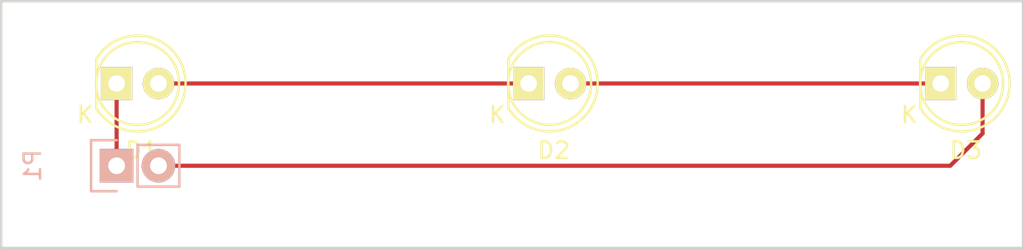
<source format=kicad_pcb>
(kicad_pcb (version 4) (host pcbnew 4.0.0-2.201511301920+6191~38~ubuntu14.04.1-stable)

  (general
    (links 4)
    (no_connects 0)
    (area 122.924999 99.924999 185.075001 115.075001)
    (thickness 1.6)
    (drawings 4)
    (tracks 6)
    (zones 0)
    (modules 4)
    (nets 5)
  )

  (page A4)
  (layers
    (0 F.Cu signal)
    (31 B.Cu signal)
    (32 B.Adhes user)
    (33 F.Adhes user)
    (34 B.Paste user)
    (35 F.Paste user)
    (36 B.SilkS user)
    (37 F.SilkS user)
    (38 B.Mask user)
    (39 F.Mask user)
    (40 Dwgs.User user)
    (41 Cmts.User user)
    (42 Eco1.User user)
    (43 Eco2.User user)
    (44 Edge.Cuts user)
    (45 Margin user)
    (46 B.CrtYd user)
    (47 F.CrtYd user)
    (48 B.Fab user)
    (49 F.Fab user)
  )

  (setup
    (last_trace_width 0.25)
    (trace_clearance 0.2)
    (zone_clearance 0.508)
    (zone_45_only no)
    (trace_min 0.2)
    (segment_width 0.2)
    (edge_width 0.15)
    (via_size 0.6)
    (via_drill 0.4)
    (via_min_size 0.4)
    (via_min_drill 0.3)
    (uvia_size 0.3)
    (uvia_drill 0.1)
    (uvias_allowed no)
    (uvia_min_size 0.2)
    (uvia_min_drill 0.1)
    (pcb_text_width 0.3)
    (pcb_text_size 1.5 1.5)
    (mod_edge_width 0.15)
    (mod_text_size 1 1)
    (mod_text_width 0.15)
    (pad_size 1.524 1.524)
    (pad_drill 0.762)
    (pad_to_mask_clearance 0.2)
    (aux_axis_origin 0 0)
    (visible_elements FFFFFF7F)
    (pcbplotparams
      (layerselection 0x00030_80000001)
      (usegerberextensions false)
      (excludeedgelayer true)
      (linewidth 0.100000)
      (plotframeref false)
      (viasonmask false)
      (mode 1)
      (useauxorigin false)
      (hpglpennumber 1)
      (hpglpenspeed 20)
      (hpglpendiameter 15)
      (hpglpenoverlay 2)
      (psnegative false)
      (psa4output false)
      (plotreference true)
      (plotvalue true)
      (plotinvisibletext false)
      (padsonsilk false)
      (subtractmaskfromsilk false)
      (outputformat 1)
      (mirror false)
      (drillshape 1)
      (scaleselection 1)
      (outputdirectory ""))
  )

  (net 0 "")
  (net 1 "Net-(D1-Pad1)")
  (net 2 "Net-(D1-Pad2)")
  (net 3 "Net-(D2-Pad2)")
  (net 4 "Net-(D3-Pad2)")

  (net_class Default "This is the default net class."
    (clearance 0.2)
    (trace_width 0.25)
    (via_dia 0.6)
    (via_drill 0.4)
    (uvia_dia 0.3)
    (uvia_drill 0.1)
    (add_net "Net-(D1-Pad1)")
    (add_net "Net-(D1-Pad2)")
    (add_net "Net-(D2-Pad2)")
    (add_net "Net-(D3-Pad2)")
  )

  (module LEDs:LED-5MM (layer F.Cu) (tedit 5570F7EA) (tstamp 56B97B07)
    (at 130 105)
    (descr "LED 5mm round vertical")
    (tags "LED 5mm round vertical")
    (path /56B97C42)
    (fp_text reference D1 (at 1.524 4.064) (layer F.SilkS)
      (effects (font (size 1 1) (thickness 0.15)))
    )
    (fp_text value LED (at 1.524 -3.937) (layer F.Fab)
      (effects (font (size 1 1) (thickness 0.15)))
    )
    (fp_line (start -1.5 -1.55) (end -1.5 1.55) (layer F.CrtYd) (width 0.05))
    (fp_arc (start 1.3 0) (end -1.5 1.55) (angle -302) (layer F.CrtYd) (width 0.05))
    (fp_arc (start 1.27 0) (end -1.23 -1.5) (angle 297.5) (layer F.SilkS) (width 0.15))
    (fp_line (start -1.23 1.5) (end -1.23 -1.5) (layer F.SilkS) (width 0.15))
    (fp_circle (center 1.27 0) (end 0.97 -2.5) (layer F.SilkS) (width 0.15))
    (fp_text user K (at -1.905 1.905) (layer F.SilkS)
      (effects (font (size 1 1) (thickness 0.15)))
    )
    (pad 1 thru_hole rect (at 0 0 90) (size 2 1.9) (drill 1.00076) (layers *.Cu *.Mask F.SilkS)
      (net 1 "Net-(D1-Pad1)"))
    (pad 2 thru_hole circle (at 2.54 0) (size 1.9 1.9) (drill 1.00076) (layers *.Cu *.Mask F.SilkS)
      (net 2 "Net-(D1-Pad2)"))
    (model LEDs.3dshapes/LED-5MM.wrl
      (at (xyz 0.05 0 0))
      (scale (xyz 1 1 1))
      (rotate (xyz 0 0 90))
    )
  )

  (module LEDs:LED-5MM (layer F.Cu) (tedit 5570F7EA) (tstamp 56B97B13)
    (at 155 105)
    (descr "LED 5mm round vertical")
    (tags "LED 5mm round vertical")
    (path /56B97BE9)
    (fp_text reference D2 (at 1.524 4.064) (layer F.SilkS)
      (effects (font (size 1 1) (thickness 0.15)))
    )
    (fp_text value LED (at 1.524 -3.937) (layer F.Fab)
      (effects (font (size 1 1) (thickness 0.15)))
    )
    (fp_line (start -1.5 -1.55) (end -1.5 1.55) (layer F.CrtYd) (width 0.05))
    (fp_arc (start 1.3 0) (end -1.5 1.55) (angle -302) (layer F.CrtYd) (width 0.05))
    (fp_arc (start 1.27 0) (end -1.23 -1.5) (angle 297.5) (layer F.SilkS) (width 0.15))
    (fp_line (start -1.23 1.5) (end -1.23 -1.5) (layer F.SilkS) (width 0.15))
    (fp_circle (center 1.27 0) (end 0.97 -2.5) (layer F.SilkS) (width 0.15))
    (fp_text user K (at -1.905 1.905) (layer F.SilkS)
      (effects (font (size 1 1) (thickness 0.15)))
    )
    (pad 1 thru_hole rect (at 0 0 90) (size 2 1.9) (drill 1.00076) (layers *.Cu *.Mask F.SilkS)
      (net 2 "Net-(D1-Pad2)"))
    (pad 2 thru_hole circle (at 2.54 0) (size 1.9 1.9) (drill 1.00076) (layers *.Cu *.Mask F.SilkS)
      (net 3 "Net-(D2-Pad2)"))
    (model LEDs.3dshapes/LED-5MM.wrl
      (at (xyz 0.05 0 0))
      (scale (xyz 1 1 1))
      (rotate (xyz 0 0 90))
    )
  )

  (module LEDs:LED-5MM (layer F.Cu) (tedit 5570F7EA) (tstamp 56B97B1F)
    (at 180 105)
    (descr "LED 5mm round vertical")
    (tags "LED 5mm round vertical")
    (path /56B97A84)
    (fp_text reference D3 (at 1.524 4.064) (layer F.SilkS)
      (effects (font (size 1 1) (thickness 0.15)))
    )
    (fp_text value LED (at 1.524 -3.937) (layer F.Fab)
      (effects (font (size 1 1) (thickness 0.15)))
    )
    (fp_line (start -1.5 -1.55) (end -1.5 1.55) (layer F.CrtYd) (width 0.05))
    (fp_arc (start 1.3 0) (end -1.5 1.55) (angle -302) (layer F.CrtYd) (width 0.05))
    (fp_arc (start 1.27 0) (end -1.23 -1.5) (angle 297.5) (layer F.SilkS) (width 0.15))
    (fp_line (start -1.23 1.5) (end -1.23 -1.5) (layer F.SilkS) (width 0.15))
    (fp_circle (center 1.27 0) (end 0.97 -2.5) (layer F.SilkS) (width 0.15))
    (fp_text user K (at -1.905 1.905) (layer F.SilkS)
      (effects (font (size 1 1) (thickness 0.15)))
    )
    (pad 1 thru_hole rect (at 0 0 90) (size 2 1.9) (drill 1.00076) (layers *.Cu *.Mask F.SilkS)
      (net 3 "Net-(D2-Pad2)"))
    (pad 2 thru_hole circle (at 2.54 0) (size 1.9 1.9) (drill 1.00076) (layers *.Cu *.Mask F.SilkS)
      (net 4 "Net-(D3-Pad2)"))
    (model LEDs.3dshapes/LED-5MM.wrl
      (at (xyz 0.05 0 0))
      (scale (xyz 1 1 1))
      (rotate (xyz 0 0 90))
    )
  )

  (module Pin_Headers:Pin_Header_Straight_1x02 (layer B.Cu) (tedit 54EA090C) (tstamp 56B97B30)
    (at 130 110 270)
    (descr "Through hole pin header")
    (tags "pin header")
    (path /56B97CBE)
    (fp_text reference P1 (at 0 5.1 270) (layer B.SilkS)
      (effects (font (size 1 1) (thickness 0.15)) (justify mirror))
    )
    (fp_text value CONN_01X02 (at 0 3.1 270) (layer B.Fab)
      (effects (font (size 1 1) (thickness 0.15)) (justify mirror))
    )
    (fp_line (start 1.27 -1.27) (end 1.27 -3.81) (layer B.SilkS) (width 0.15))
    (fp_line (start 1.55 1.55) (end 1.55 0) (layer B.SilkS) (width 0.15))
    (fp_line (start -1.75 1.75) (end -1.75 -4.3) (layer B.CrtYd) (width 0.05))
    (fp_line (start 1.75 1.75) (end 1.75 -4.3) (layer B.CrtYd) (width 0.05))
    (fp_line (start -1.75 1.75) (end 1.75 1.75) (layer B.CrtYd) (width 0.05))
    (fp_line (start -1.75 -4.3) (end 1.75 -4.3) (layer B.CrtYd) (width 0.05))
    (fp_line (start 1.27 -1.27) (end -1.27 -1.27) (layer B.SilkS) (width 0.15))
    (fp_line (start -1.55 0) (end -1.55 1.55) (layer B.SilkS) (width 0.15))
    (fp_line (start -1.55 1.55) (end 1.55 1.55) (layer B.SilkS) (width 0.15))
    (fp_line (start -1.27 -1.27) (end -1.27 -3.81) (layer B.SilkS) (width 0.15))
    (fp_line (start -1.27 -3.81) (end 1.27 -3.81) (layer B.SilkS) (width 0.15))
    (pad 1 thru_hole rect (at 0 0 270) (size 2.032 2.032) (drill 1.016) (layers *.Cu *.Mask B.SilkS)
      (net 1 "Net-(D1-Pad1)"))
    (pad 2 thru_hole oval (at 0 -2.54 270) (size 2.032 2.032) (drill 1.016) (layers *.Cu *.Mask B.SilkS)
      (net 4 "Net-(D3-Pad2)"))
    (model Pin_Headers.3dshapes/Pin_Header_Straight_1x02.wrl
      (at (xyz 0 -0.05 0))
      (scale (xyz 1 1 1))
      (rotate (xyz 0 0 90))
    )
  )

  (gr_line (start 185 115) (end 123 115) (angle 90) (layer Edge.Cuts) (width 0.15))
  (gr_line (start 185 100) (end 185 115) (angle 90) (layer Edge.Cuts) (width 0.15))
  (gr_line (start 123 100) (end 185 100) (angle 90) (layer Edge.Cuts) (width 0.15))
  (gr_line (start 123 115) (end 123 100) (angle 90) (layer Edge.Cuts) (width 0.15))

  (segment (start 130 105) (end 130 110) (width 0.25) (layer F.Cu) (net 1))
  (segment (start 155 105) (end 132.54 105) (width 0.25) (layer F.Cu) (net 2))
  (segment (start 180 105) (end 157.54 105) (width 0.25) (layer F.Cu) (net 3))
  (segment (start 132.54 110) (end 180.58 110) (width 0.25) (layer F.Cu) (net 4))
  (segment (start 182.54 108.04) (end 182.54 105) (width 0.25) (layer F.Cu) (net 4) (tstamp 56B97D21))
  (segment (start 180.58 110) (end 182.54 108.04) (width 0.25) (layer F.Cu) (net 4) (tstamp 56B97D18))

)

</source>
